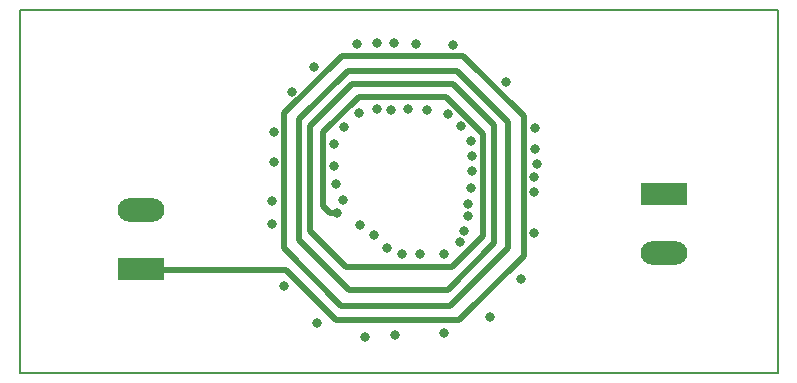
<source format=gbr>
%TF.GenerationSoftware,KiCad,Pcbnew,(6.0.9)*%
%TF.CreationDate,2022-11-24T21:30:43+02:00*%
%TF.ProjectId,transformer,7472616e-7366-46f7-926d-65722e6b6963,rev?*%
%TF.SameCoordinates,Original*%
%TF.FileFunction,Copper,L3,Inr*%
%TF.FilePolarity,Positive*%
%FSLAX46Y46*%
G04 Gerber Fmt 4.6, Leading zero omitted, Abs format (unit mm)*
G04 Created by KiCad (PCBNEW (6.0.9)) date 2022-11-24 21:30:43*
%MOMM*%
%LPD*%
G01*
G04 APERTURE LIST*
%TA.AperFunction,Profile*%
%ADD10C,0.150000*%
%TD*%
%TA.AperFunction,ComponentPad*%
%ADD11R,3.960000X1.980000*%
%TD*%
%TA.AperFunction,ComponentPad*%
%ADD12O,3.960000X1.980000*%
%TD*%
%TA.AperFunction,ViaPad*%
%ADD13C,0.800000*%
%TD*%
%TA.AperFunction,Conductor*%
%ADD14C,0.500000*%
%TD*%
G04 APERTURE END LIST*
D10*
X102514400Y-135915400D02*
X166674800Y-135915400D01*
X166674800Y-135915400D02*
X166674800Y-166624000D01*
X166674800Y-166624000D02*
X102514400Y-166624000D01*
X102514400Y-166624000D02*
X102514400Y-135915400D01*
D11*
%TO.N,Net-(J2-Pad1)*%
%TO.C,J2*%
X157048200Y-151434800D03*
D12*
X157048200Y-156434800D03*
%TD*%
D11*
%TO.N,Net-(J1-Pad1)*%
%TO.C,J1*%
X112750600Y-157810200D03*
D12*
X112750600Y-152810200D03*
%TD*%
D13*
%TO.N,Net-(J2-Pad1)*%
X140462000Y-153365200D03*
X146050000Y-154736800D03*
X140081000Y-154584400D03*
X139750800Y-155524200D03*
X142341600Y-161848800D03*
X138404600Y-156514800D03*
X138404600Y-163245800D03*
X136372600Y-156554300D03*
X134289800Y-163449000D03*
X124841000Y-159232600D03*
X129895600Y-151942800D03*
X131749800Y-163576000D03*
X123875800Y-152069800D03*
X134874000Y-156514800D03*
X133629400Y-156006800D03*
X129068700Y-149123400D03*
X129311400Y-150596600D03*
X129133600Y-147243800D03*
X124042300Y-146202400D03*
X125523012Y-142795012D03*
X127660400Y-162407600D03*
X129971800Y-145796000D03*
X124042300Y-148767800D03*
X123875800Y-154025600D03*
X127431800Y-140716000D03*
X131296388Y-154098012D03*
X131241800Y-144653000D03*
X144983200Y-158699200D03*
X131089400Y-138734800D03*
X132715000Y-144297400D03*
X132461000Y-154965400D03*
X134162800Y-138684000D03*
X135382000Y-144297400D03*
X133908800Y-144348200D03*
X136067800Y-138785600D03*
X136956800Y-144373600D03*
X139192000Y-138887200D03*
X132765800Y-138684000D03*
X143637000Y-141986000D03*
X138785600Y-144678400D03*
X146126200Y-145897600D03*
X139874012Y-145723588D03*
X140716000Y-146989800D03*
X146151600Y-147650200D03*
X140780900Y-148285200D03*
X146304000Y-148945600D03*
X140780900Y-149504400D03*
X140716000Y-150926800D03*
X146035900Y-151282400D03*
X140487400Y-152323800D03*
X146075400Y-150063200D03*
%TO.N,Net-(J1-Pad1)*%
X129336800Y-153085800D03*
%TD*%
D14*
%TO.N,Net-(J1-Pad1)*%
X112852200Y-157911800D02*
X112750600Y-157810200D01*
X129260600Y-162153600D02*
X125018800Y-157911800D01*
X145161000Y-156718000D02*
X139725400Y-162153600D01*
X145161000Y-144881600D02*
X145161000Y-156718000D01*
X140030200Y-139750800D02*
X145161000Y-144881600D01*
X129768600Y-139750800D02*
X140030200Y-139750800D01*
X124891800Y-144627600D02*
X129768600Y-139750800D01*
X139725400Y-162153600D02*
X129260600Y-162153600D01*
X124891800Y-156083000D02*
X124891800Y-144627600D01*
X138963400Y-160934400D02*
X129743200Y-160934400D01*
X143865600Y-156032200D02*
X138963400Y-160934400D01*
X143865600Y-145389600D02*
X143865600Y-156032200D01*
X139547600Y-141071600D02*
X143865600Y-145389600D01*
X129743200Y-160934400D02*
X124891800Y-156083000D01*
X130276600Y-141071600D02*
X139547600Y-141071600D01*
X126187200Y-145161000D02*
X130276600Y-141071600D01*
X126187200Y-155397200D02*
X126187200Y-145161000D01*
X130403600Y-159613600D02*
X126187200Y-155397200D01*
X138734800Y-159613600D02*
X130403600Y-159613600D01*
X142697200Y-155651200D02*
X138734800Y-159613600D01*
X139217400Y-142163800D02*
X142697200Y-145643600D01*
X130632200Y-142163800D02*
X139217400Y-142163800D01*
X127076200Y-145719800D02*
X130632200Y-142163800D01*
X127076200Y-154584400D02*
X127076200Y-145719800D01*
X130124200Y-157632400D02*
X127076200Y-154584400D01*
X139090400Y-157632400D02*
X130124200Y-157632400D01*
X141732000Y-154990800D02*
X139090400Y-157632400D01*
X141732000Y-146380200D02*
X141732000Y-154990800D01*
X138582400Y-143230600D02*
X141732000Y-146380200D01*
X131241800Y-143230600D02*
X138582400Y-143230600D01*
X128219200Y-152527000D02*
X128219200Y-146253200D01*
X128778000Y-153085800D02*
X128219200Y-152527000D01*
X142697200Y-145643600D02*
X142697200Y-155651200D01*
X128219200Y-146253200D02*
X131241800Y-143230600D01*
X129336800Y-153085800D02*
X128778000Y-153085800D01*
X125018800Y-157911800D02*
X112852200Y-157911800D01*
%TD*%
M02*

</source>
